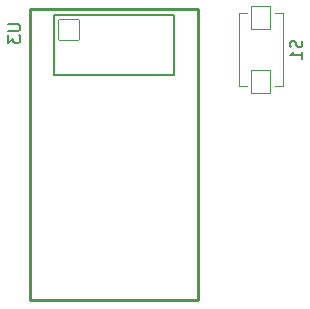
<source format=gbo>
%TF.GenerationSoftware,KiCad,Pcbnew,(6.0.7)*%
%TF.CreationDate,2022-09-15T17:32:09-05:00*%
%TF.ProjectId,Simplified01,53696d70-6c69-4666-9965-6430312e6b69,rev?*%
%TF.SameCoordinates,Original*%
%TF.FileFunction,Legend,Bot*%
%TF.FilePolarity,Positive*%
%FSLAX46Y46*%
G04 Gerber Fmt 4.6, Leading zero omitted, Abs format (unit mm)*
G04 Created by KiCad (PCBNEW (6.0.7)) date 2022-09-15 17:32:09*
%MOMM*%
%LPD*%
G01*
G04 APERTURE LIST*
G04 Aperture macros list*
%AMRoundRect*
0 Rectangle with rounded corners*
0 $1 Rounding radius*
0 $2 $3 $4 $5 $6 $7 $8 $9 X,Y pos of 4 corners*
0 Add a 4 corners polygon primitive as box body*
4,1,4,$2,$3,$4,$5,$6,$7,$8,$9,$2,$3,0*
0 Add four circle primitives for the rounded corners*
1,1,$1+$1,$2,$3*
1,1,$1+$1,$4,$5*
1,1,$1+$1,$6,$7*
1,1,$1+$1,$8,$9*
0 Add four rect primitives between the rounded corners*
20,1,$1+$1,$2,$3,$4,$5,0*
20,1,$1+$1,$4,$5,$6,$7,0*
20,1,$1+$1,$6,$7,$8,$9,0*
20,1,$1+$1,$8,$9,$2,$3,0*%
G04 Aperture macros list end*
%ADD10C,0.150000*%
%ADD11C,0.120000*%
%ADD12C,0.152400*%
%ADD13C,0.254000*%
%ADD14R,1.727200X1.727200*%
%ADD15O,1.727200X1.727200*%
%ADD16RoundRect,0.301000X0.600000X0.750000X-0.600000X0.750000X-0.600000X-0.750000X0.600000X-0.750000X0*%
%ADD17O,1.802000X2.102000*%
%ADD18C,4.502000*%
%ADD19RoundRect,0.301000X0.750000X-0.600000X0.750000X0.600000X-0.750000X0.600000X-0.750000X-0.600000X0*%
%ADD20O,2.102000X1.802000*%
%ADD21RoundRect,0.051000X-1.750000X-1.750000X1.750000X-1.750000X1.750000X1.750000X-1.750000X1.750000X0*%
%ADD22RoundRect,0.801000X-0.750000X-1.000000X0.750000X-1.000000X0.750000X1.000000X-0.750000X1.000000X0*%
%ADD23RoundRect,0.926000X-0.875000X-0.875000X0.875000X-0.875000X0.875000X0.875000X-0.875000X0.875000X0*%
%ADD24RoundRect,0.301000X0.725000X-0.600000X0.725000X0.600000X-0.725000X0.600000X-0.725000X-0.600000X0*%
%ADD25O,2.052000X1.802000*%
%ADD26RoundRect,0.051000X1.516000X-0.952500X1.516000X0.952500X-1.516000X0.952500X-1.516000X-0.952500X0*%
%ADD27RoundRect,0.051000X-0.800000X1.000000X-0.800000X-1.000000X0.800000X-1.000000X0.800000X1.000000X0*%
%ADD28RoundRect,0.051000X-0.863600X0.863600X-0.863600X-0.863600X0.863600X-0.863600X0.863600X0.863600X0*%
%ADD29O,1.829200X1.829200*%
G04 APERTURE END LIST*
D10*
X154198012Y-100863846D02*
X154245631Y-101006703D01*
X154245631Y-101244798D01*
X154198012Y-101340036D01*
X154150393Y-101387655D01*
X154055155Y-101435274D01*
X153959917Y-101435274D01*
X153864679Y-101387655D01*
X153817060Y-101340036D01*
X153769441Y-101244798D01*
X153721822Y-101054322D01*
X153674203Y-100959084D01*
X153626584Y-100911465D01*
X153531346Y-100863846D01*
X153436108Y-100863846D01*
X153340870Y-100911465D01*
X153293251Y-100959084D01*
X153245631Y-101054322D01*
X153245631Y-101292417D01*
X153293251Y-101435274D01*
X154245631Y-102387655D02*
X154245631Y-101816227D01*
X154245631Y-102101941D02*
X153245631Y-102101941D01*
X153388489Y-102006703D01*
X153483727Y-101911465D01*
X153531346Y-101816227D01*
X129369631Y-99466846D02*
X130179155Y-99466846D01*
X130274393Y-99514465D01*
X130322012Y-99562084D01*
X130369631Y-99657322D01*
X130369631Y-99847798D01*
X130322012Y-99943036D01*
X130274393Y-99990655D01*
X130179155Y-100038274D01*
X129369631Y-100038274D01*
X129369631Y-100419227D02*
X129369631Y-101038274D01*
X129750584Y-100704941D01*
X129750584Y-100847798D01*
X129798203Y-100943036D01*
X129845822Y-100990655D01*
X129941060Y-101038274D01*
X130179155Y-101038274D01*
X130274393Y-100990655D01*
X130322012Y-100943036D01*
X130369631Y-100847798D01*
X130369631Y-100562084D01*
X130322012Y-100466846D01*
X130274393Y-100419227D01*
D11*
X148895251Y-98525751D02*
X149545251Y-98525751D01*
X152595251Y-104725751D02*
X151945251Y-104725751D01*
X152595251Y-98525751D02*
X152595251Y-104725751D01*
X148895251Y-104725751D02*
X148895251Y-98525751D01*
X148895251Y-104725751D02*
X149545251Y-104725751D01*
X151945251Y-98525751D02*
X152595251Y-98525751D01*
D12*
X143379251Y-98704751D02*
X143379251Y-103784751D01*
X135759251Y-98704751D02*
X143379251Y-98704751D01*
D13*
X131187251Y-98196751D02*
X131187251Y-122834751D01*
D12*
X133219251Y-103784751D02*
X133219251Y-101244751D01*
X133219251Y-101244751D02*
X133219251Y-98704751D01*
X143379251Y-103784751D02*
X133219251Y-103784751D01*
D13*
X131187251Y-122834751D02*
X145411251Y-122834751D01*
D12*
X133219251Y-98704751D02*
X135759251Y-98704751D01*
D13*
X145411251Y-122834751D02*
X145411251Y-98196751D01*
X145411251Y-98196751D02*
X131187251Y-98196751D01*
D14*
X134489251Y-99974751D03*
D15*
X134489251Y-102514751D03*
X137029251Y-99974751D03*
X137029251Y-102514751D03*
X139569251Y-99974751D03*
X139569251Y-102514751D03*
X142109251Y-99974751D03*
X142109251Y-102514751D03*
%LPC*%
D16*
X115439251Y-75209751D03*
D17*
X112939251Y-75209751D03*
D18*
X103501251Y-74193751D03*
X160651251Y-116103751D03*
X160651251Y-74193751D03*
D19*
X109343251Y-101371751D03*
D20*
X109343251Y-98871751D03*
D18*
X103501251Y-116103751D03*
D21*
X115439251Y-86893751D03*
D22*
X109439251Y-86893751D03*
D23*
X112439251Y-91593751D03*
D24*
X109343251Y-112801751D03*
D25*
X109343251Y-110301751D03*
X109343251Y-107801751D03*
D26*
X123559251Y-102895751D03*
X123559251Y-100355751D03*
X123559251Y-97815751D03*
D27*
X150745251Y-98925751D03*
X150745251Y-104325751D03*
D28*
X134489251Y-99974751D03*
D29*
X134489251Y-102514751D03*
X137029251Y-99974751D03*
X137029251Y-102514751D03*
X139569251Y-99974751D03*
X139569251Y-102514751D03*
X142109251Y-99974751D03*
X142109251Y-102514751D03*
M02*

</source>
